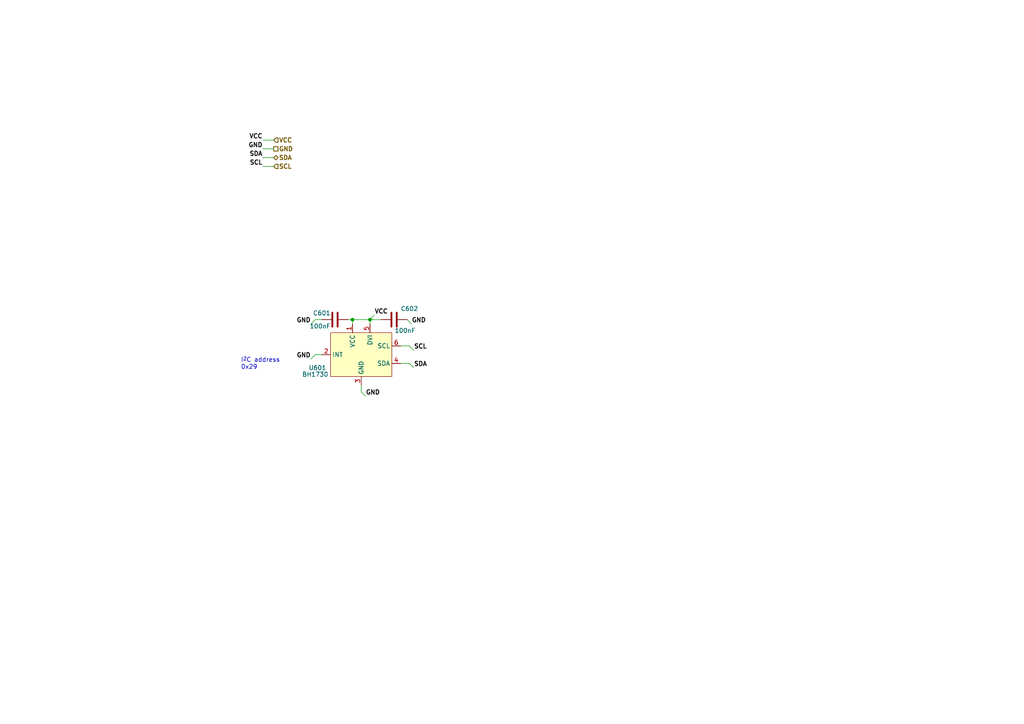
<source format=kicad_sch>
(kicad_sch (version 20211123) (generator eeschema)
  (paper "A4")
  (title_block (title "CanSat 2023") (rev "2022") (company "The Project SkyFall") (comment 1 "David Haisman"))
  (lib_symbols
    (symbol "CanSat_2023:BH1730"
      (property "Reference" "U" (at 8.89 8.89 0))
      (property "Value" "BH1730" (at 12.7 6.35 0))
      (symbol "BH1730_0_1"
        (rectangle (start -8.89 6.35) (end 8.89 -6.35) (fill (type background)))
      )
      (symbol "BH1730_1_1"
        (pin power_in line (at -2.54 8.89 270) (length 2.54) (name "VCC") (number "1"))
        (pin output line (at -11.43 0 0) (length 2.54) (name "INT") (number "2"))
        (pin passive line (at 0 -8.89 90) (length 2.54) (name "GND") (number "3"))
        (pin bidirectional line (at 11.43 -2.54 180) (length 2.54) (name "SDA") (number "4"))
        (pin power_in line (at 2.54 8.89 270) (length 2.54) (name "DVI") (number "5"))
        (pin input line (at 11.43 2.54 180) (length 2.54) (name "SCL") (number "6"))
      )
    )
    (symbol "Device:C" (pin_numbers hide) (pin_names (offset 0.254))
      (property "Reference" "C" (at 0.635 2.54 0))
      (property "Value" "C" (at 0.635 -2.54 0))
      (symbol "C_0_1"
        (polyline (pts (xy -2.032 -0.762) (xy 2.032 -0.762)) (stroke (width 0.508)))
        (polyline (pts (xy -2.032 0.762) (xy 2.032 0.762)) (stroke (width 0.508)))
      )
      (symbol "C_1_1"
        (pin passive line (at 0 3.81 270) (length 2.794) (name "~") (number "1"))
        (pin passive line (at 0 -3.81 90) (length 2.794) (name "~") (number "2"))
      )
    )
  )
  (junction (at 107.315 92.71))
  (junction (at 102.235 92.71))
  (wire (pts (xy 116.205 100.33) (xy 118.745 100.33)))
  (wire (pts (xy 79.375 48.26) (xy 76.2 48.26)))
  (wire (pts (xy 100.965 92.71) (xy 102.235 92.71)))
  (wire (pts (xy 102.235 93.98) (xy 102.235 92.71)))
  (wire (pts (xy 107.315 92.71) (xy 107.315 93.98)))
  (wire (pts (xy 110.49 92.71) (xy 107.315 92.71)))
  (wire (pts (xy 91.44 92.71) (xy 90.17 93.98)))
  (wire (pts (xy 118.745 100.33) (xy 120.015 101.6)))
  (wire (pts (xy 93.345 102.87) (xy 91.44 102.87)))
  (wire (pts (xy 118.11 92.71) (xy 119.38 93.98)))
  (wire (pts (xy 116.205 105.41) (xy 118.745 105.41)))
  (wire (pts (xy 76.2 40.64) (xy 79.375 40.64)))
  (wire (pts (xy 104.775 113.665) (xy 106.045 114.935)))
  (wire (pts (xy 93.345 92.71) (xy 91.44 92.71)))
  (wire (pts (xy 102.235 92.71) (xy 107.315 92.71)))
  (wire (pts (xy 104.775 111.76) (xy 104.775 113.665)))
  (wire (pts (xy 118.745 105.41) (xy 120.015 106.68)))
  (wire (pts (xy 79.375 43.18) (xy 76.2 43.18)))
  (wire (pts (xy 107.315 92.71) (xy 108.585 91.44)))
  (wire (pts (xy 76.2 45.72) (xy 79.375 45.72)))
  (wire (pts (xy 91.44 102.87) (xy 90.17 104.14)))
  (text "I^{2}C address\n0x29" (at 69.85 107.315 0) (effects (font (size 1.27 1.27)) (justify left bottom)))
  (label "SDA" (at 76.2 45.72 180) (effects (font (thickness 0.254) bold)))
  (label "GND" (at 119.38 93.98 0) (effects (font (thickness 0.254) bold)))
  (label "GND" (at 90.17 104.14 180) (effects (font (thickness 0.254) bold)))
  (label "GND" (at 90.17 93.98 180) (effects (font (thickness 0.254) bold)))
  (label "SCL" (at 76.2 48.26 180) (effects (font (thickness 0.254) bold)))
  (label "SCL" (at 120.015 101.6 0) (effects (font (thickness 0.254) bold)))
  (label "VCC" (at 108.585 91.44 0) (effects (font bold)))
  (label "VCC" (at 76.2 40.64 180) (effects (font bold)))
  (label "GND" (at 106.045 114.935 0) (effects (font (thickness 0.254) bold)))
  (label "SDA" (at 120.015 106.68 0) (effects (font (thickness 0.254) bold)))
  (label "GND" (at 76.2 43.18 180) (effects (font (thickness 0.254) bold)))
  (hierarchical_label "SCL" (shape input) (at 79.375 48.26 0) (effects (font bold)))
  (hierarchical_label "VCC" (shape input) (at 79.375 40.64 0) (effects (font (thickness 0.254) bold)))
  (hierarchical_label "GND" (shape passive) (at 79.375 43.18 0) (effects (font bold)))
  (hierarchical_label "SDA" (shape bidirectional) (at 79.375 45.72 0) (effects (font bold)))
  (symbol (lib_id "Device:C") (at 114.3 92.71 90) (unit 1)
    (property "Reference" "C602" (at 118.745 89.535 90))
    (property "Value" "100nF" (at 117.475 95.885 90))
    (property "Footprint" "1Knihovna:C_0805_2012Metric" (effects hide))
  )
  (symbol (lib_id "CanSat_2023:BH1730") (at 104.775 102.87 0) (unit 1)
    (property "Reference" "U601" (at 92.075 106.68 0))
    (property "Value" "BH1730" (at 91.44 108.585 0))
    (property "Footprint" "Package_WSOF:WSOF6" (effects hide))
    (property "Datasheet" "https://cz.mouser.com/datasheet/2/348/bh1730fvc-e-1874430.pdf" (effects hide))
  )
  (symbol (lib_id "Device:C") (at 97.155 92.71 90) (unit 1)
    (property "Reference" "C601" (at 95.885 90.805 90) (effects (justify left)))
    (property "Value" "100nF" (at 95.885 94.615 90) (effects (justify left)))
    (property "Footprint" "1Knihovna:C_0805_2012Metric" (effects hide))
  )
)
</source>
